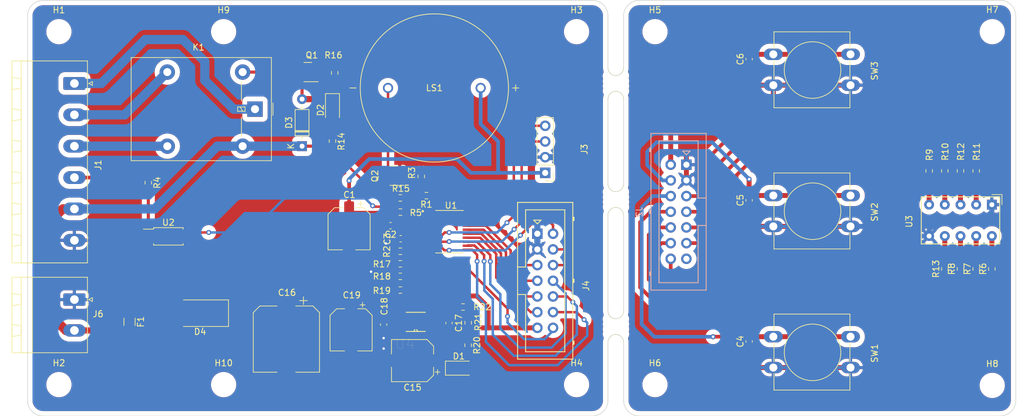
<source format=kicad_pcb>
(kicad_pcb (version 20211014) (generator pcbnew)
  (title_block (title "MilkPomp") (date "2022-12-01") (rev "V1") (company "Eltassan/Akim Elektronik") (comment 1 "Eyüp Karakaya") (comment 2 "Kürşat Karslıoğlu"))
  (layers (0 "F.Cu" signal) (31 "B.Cu" signal) (34 "B.Paste" user) (35 "F.Paste" user) (36 "B.SilkS" user "B.Silkscreen") (37 "F.SilkS" user "F.Silkscreen") (38 "B.Mask" user) (39 "F.Mask" user) (44 "Edge.Cuts" user))
  (net 0 "")
  (net 1 "GND")
  (net 2 "+3V3")
  (net 3 "BTN_IO")
  (net 4 "BTN_START")
  (net 5 "BTN_MODE")
  (net 6 "Net-(C17-Pad2)")
  (net 7 "Net-(C18-Pad1)")
  (net 8 "+12V")
  (net 9 "/Power/LED_PWR")
  (net 10 "NRST")
  (net 11 "Net-(D2-Pad1)")
  (net 12 "Net-(D4-Pad2)")
  (net 13 "/Flow/FLOW_SENSOR")
  (net 14 "/Relay /RELAY_IN")
  (net 15 "SWDIO")
  (net 16 "SWCLK")
  (net 17 "BUZZER")
  (net 18 "Net-(Q1-Pad1)")
  (net 19 "Net-(R4-Pad2)")
  (net 20 "FLOW")
  (net 21 "Net-(R6-Pad2)")
  (net 22 "Net-(R7-Pad2)")
  (net 23 "Net-(R8-Pad2)")
  (net 24 "Net-(R9-Pad2)")
  (net 25 "Net-(R10-Pad2)")
  (net 26 "Net-(R11-Pad2)")
  (net 27 "Net-(R12-Pad2)")
  (net 28 "Net-(R13-Pad2)")
  (net 29 "RELAY")
  (net 32 "/Buttons/BTN_IO")
  (net 33 "/Buttons/BTN_START")
  (net 34 "/Buttons/BTN_MODE")
  (net 35 "/Relay /RELAY_NO")
  (net 36 "/Relay /RELAY_NC")
  (net 37 "/Display/DISP_F")
  (net 38 "/Display/DISP_A")
  (net 39 "/Display/DISP_E")
  (net 40 "/Display/DISP_B")
  (net 41 "/Display/DISP_D")
  (net 42 "/Display/DISP_C")
  (net 43 "/Display/DISP_P")
  (net 44 "Net-(D2-Pad2)")
  (net 45 "Net-(LS1-PadN)")
  (net 46 "Net-(Q2-Pad1)")
  (net 47 "/Display/DISP_G")
  (net 48 "DISP_P")
  (net 49 "DISP_C")
  (net 50 "DISP_B")
  (net 51 "DISP_A")
  (net 52 "DISP_D")
  (net 53 "DISP_E")
  (net 54 "DISP_G")
  (net 55 "DISP_F")
  (net 57 "Net-(C16-Pad1)")
  (footprint "Resistor_SMD:R_0603_1608Metric" (layer "F.Cu") (at 236.1575 112.077 90)
    (fp_text reference "R6")
    (fp_text value "330R")
  )
  (footprint "Capacitor_SMD:CP_Elec_6.3x7.7" (layer "F.Cu") (at 132.08 105.57 -90)
    (fp_text reference "C1")
    (fp_text value "10uF/35V")
  )
  (footprint "Resistor_SMD:R_0603_1608Metric" (layer "F.Cu") (at 140.3736 111.252 180)
    (fp_text reference "R17")
    (fp_text value "10K")
  )
  (footprint "Panelization:mouse-bite-2.54mm-slot" (layer "F.Cu") (at 175.26 100.838 180)
    (fp_text reference "mouse-bite-2.54mm-slot" hide)
    (fp_text value "VAL**" hide)
  )
  (footprint "Buzzer:XDCR_KPEG228" (layer "F.Cu") (at 145.8815 82.773 180)
    (fp_text reference "LS1")
    (fp_text value "KPEG228")
  )
  (footprint "Resistor_SMD:R_0603_1608Metric" (layer "F.Cu") (at 228.5375 96.203 -90)
    (fp_text reference "R10")
    (fp_text value "330R")
  )
  (footprint "MountingHole:MountingHole_2.5mm" (layer "F.Cu") (at 111.76 73.66)
    (fp_text reference "H9")
    (fp_text value "MountingHole")
  )
  (footprint "Connector_Phoenix_MSTB:PhoenixContact_MSTBA_2,5_2-G_1x02_P5.00mm_Horizontal" (layer "F.Cu") (at 87.5975 117.0376 -90)
    (fp_text reference "J6")
    (fp_text value "PWR INPUT")
  )
  (footprint "LED_SMD:LED_1206_3216Metric" (layer "F.Cu") (at 129.3876 85.982 -90)
    (fp_text reference "D2")
    (fp_text value "LED_GREEN" hide)
  )
  (footprint "Capacitor_SMD:CP_Elec_6.3x7.7" (layer "F.Cu") (at 142.3523 126.9276 180)
    (fp_text reference "C15")
    (fp_text value "10uF/10V")
  )
  (footprint "Resistor_SMD:R_0603_1608Metric" (layer "F.Cu") (at 151.3515 124.4384 -90)
    (fp_text reference "R20")
    (fp_text value "470")
  )
  (footprint "Resistor_SMD:R_0603_1608Metric" (layer "F.Cu") (at 140.3736 100.584 180)
    (fp_text reference "R15")
    (fp_text value "4K7")
  )
  (footprint "Fuse:Fuse_1206_3216Metric" (layer "F.Cu") (at 96.52 120.6376 -90)
    (fp_text reference "F1")
    (fp_text value "1A")
  )
  (footprint "Capacitor_SMD:C_0603_1608Metric" (layer "F.Cu") (at 137.668 121.0948 -90)
    (fp_text reference "C18")
    (fp_text value "10nF")
  )
  (footprint "Capacitor_SMD:CP_Elec_10x10.5" (layer "F.Cu") (at 121.92 123.4376 -90)
    (fp_text reference "C16")
    (fp_text value "100uF/35V")
  )
  (footprint "Resistor_SMD:R_0603_1608Metric" (layer "F.Cu") (at 140.3736 115.4976 180)
    (fp_text reference "R19")
    (fp_text value "10K")
  )
  (footprint "TSSOP_20:SOP65P640X120-20N" (layer "F.Cu") (at 148.336 106.045)
    (fp_text reference "U1")
    (fp_text value "STM32G030F6P6TR")
  )
  (footprint "Resistor_SMD:R_0603_1608Metric" (layer "F.Cu") (at 140.3858 102.87)
    (fp_text reference "R5")
    (fp_text value "4K7")
  )
  (footprint "Capacitor_SMD:C_0603_1608Metric" (layer "F.Cu") (at 196.85 78.102595 90)
    (fp_text reference "C6")
    (fp_text value "100nF")
  )
  (footprint "Package_SO:SOIC-4_4.55x2.6mm_P1.27mm" (layer "F.Cu") (at 102.818 106.807)
    (fp_text reference "U2")
    (fp_text value "TLP291")
  )
  (footprint "Power:SOP65P490X110-9N" (layer "F.Cu") (at 142.8679 120.65 180)
    (fp_text reference "U4")
    (fp_text value "TPS7A4901DGNT")
  )
  (footprint "Resistor_SMD:R_0603_1608Metric" (layer "F.Cu") (at 151.3515 120.7902 90)
    (fp_text reference "R21")
    (fp_text value "18K")
  )
  (footprint "Display_7Segment:HDSP-7401" (layer "F.Cu") (at 236.1575 101.6725 -90)
    (fp_text reference "U3")
    (fp_text value "HDSP-7403")
  )
  (footprint "Resistor_SMD:R_0603_1608Metric" (layer "F.Cu") (at 228.5375 112.077 90)
    (fp_text reference "R13")
    (fp_text value "330R")
  )
  (footprint "Package_TO_SOT_SMD:SOT-23" (layer "F.Cu") (at 139.319 96.9792 180)
    (fp_text reference "Q2")
    (fp_text value "BC847")
  )
  (footprint "Resistor_SMD:R_0603_1608Metric" (layer "F.Cu") (at 233.6175 96.203 -90)
    (fp_text reference "R11")
    (fp_text value "330R")
  )
  (footprint "MountingHole:MountingHole_2.5mm" (layer "F.Cu") (at 168.91 130.81)
    (fp_text reference "H4")
    (fp_text value "MountingHole")
  )
  (footprint "Relay_THT:Relay_SPDT_Omron-G5LE-1" (layer "F.Cu") (at 116.84 86.202 -90)
    (fp_text reference "K1")
    (fp_text value "G5LE-1")
  )
  (footprint "Resistor_SMD:R_0603_1608Metric" (layer "F.Cu") (at 140.3736 109.22 180)
    (fp_text reference "R2")
    (fp_text value "10K")
  )
  (footprint "MountingHole:MountingHole_2.5mm" (layer "F.Cu") (at 85.09 130.81)
    (fp_text reference "H2")
    (fp_text value "MountingHole")
  )
  (footprint "Diode_THT:D_DO-35_SOD27_P7.62mm_Horizontal" (layer "F.Cu") (at 124.46 92.202 90)
    (fp_text reference "D3")
    (fp_text value "1N4148")
  )
  (footprint "Resistor_SMD:R_0603_1608Metric" (layer "F.Cu") (at 231.0775 96.203 -90)
    (fp_text reference "R12")
    (fp_text value "330R")
  )
  (footprint "Button_Switch_THT:SW_PUSH-12mm" (layer "F.Cu") (at 200.77 77.327595)
    (fp_text reference "SW3")
    (fp_text value "SW_IO")
  )
  (footprint "Connectors_Multicomp:Multicomp_MC9A12-1434_2x07x2.54mm_Straight" (layer "F.Cu") (at 162.56 106.3752 -90)
    (fp_text reference "J4")
    (fp_text value "Conn_02x07_Odd_Even")
  )
  (footprint "MountingHole:MountingHole_2.5mm" (layer "F.Cu") (at 181.61 73.66)
    (fp_text reference "H5")
    (fp_text value "MountingHole")
  )
  (footprint "Package_TO_SOT_SMD:SOT-23" (layer "F.Cu") (at 125.3975 80.202 180)
    (fp_text reference "Q1")
    (fp_text value "BC847")
  )
  (footprint "Capacitor_SMD:C_0603_1608Metric" (layer "F.Cu") (at 138.7858 105.073801 180)
    (fp_text reference "C2")
    (fp_text value "100nF")
  )
  (footprint "Resistor_SMD:R_0603_1608Metric" (layer "F.Cu") (at 129.7432 80.327 90)
    (fp_text reference "R16")
    (fp_text value "47K")
  )
  (footprint "Resistor_SMD:R_0603_1608Metric" (layer "F.Cu") (at 143.765 97.1042 90)
    (fp_text reference "R3")
    (fp_text value "47K")
  )
  (footprint "Resistor_SMD:R_0603_1608Metric" (layer "F.Cu") (at 225.9975 96.203 -90)
    (fp_text reference "R9")
    (fp_text value "330R")
  )
  (footprint "MountingHole:MountingHole_2.5mm" (layer "F.Cu") (at 236.22 130.937)
    (fp_text reference "H8")
    (fp_text value "MountingHole")
  )
  (footprint "Resistor_SMD:R_0603_1608Metric" (layer "F.Cu") (at 233.6175 112.077 90)
    (fp_text reference "R7")
    (fp_text value "330R")
  )
  (footprint "Capacitor_SMD:CP_Elec_6.3x7.7" (layer "F.Cu") (at 132.4031 121.9376 -90)
    (fp_text reference "C19")
    (fp_text value "10uF/35V")
  )
  (footprint "Panelization:mouse-bite-2.54mm-slot" (layer "F.Cu") (at 175.26 82.042 180)
    (fp_text reference "mouse-bite-2.54mm-slot" hide)
    (fp_text value "VAL**" hide)
  )
  (footprint "MountingHole:MountingHole_2.5mm" (layer "F.Cu") (at 111.76 130.81)
    (fp_text reference "H10")
    (fp_text value "MountingHole")
  )
  (footprint "MountingHole:MountingHole_2.5mm" (layer "F.Cu") (at 181.61 130.81)
    (fp_text reference "H6")
    (fp_text value "MountingHole")
  )
  (footprint "Resistor_SMD:R_0603_1608Metric" (layer "F.Cu") (at 99.568 98.107 -90)
    (fp_text reference "R4")
    (fp_text value "3K3")
  )
  (footprint "LED_SMD:LED_1206_3216Metric" (layer "F.Cu") (at 149.9515 128.1468)
    (fp_text reference "D1")
    (fp_text value "LED_GREEN")
  )
  (footprint "Capacitor_SMD:C_0603_1608Metric" (layer "F.Cu") (at 196.85 100.962595 90)
    (fp_text reference "C5")
    (fp_text value "100nF")
  )
  (footprint "Panelization:mouse-bite-2.54mm-slot" (layer "F.Cu") (at 175.26 121.412 180)
    (fp_text reference "mouse-bite-2.54mm-slot" hide)
    (fp_text value "VAL**" hide)
  )
  (footprint "Button_Switch_THT:SW_PUSH-12mm" (layer "F.Cu") (at 200.77 100.187595)
    (fp_text reference "SW2")
    (fp_text value "SW_IO")
  )
  (footprint "MountingHole:MountingHole_2.5mm" (layer "F.Cu") (at 236.22 73.66)
    (fp_text reference "H7")
    (fp_text value "MountingHole")
  )
  (footprint "MountingHole:MountingHole_2.5mm" (layer "F.Cu") (at 85.09 73.66)
    (fp_text reference "H1")
    (fp_text value "MountingHole")
  )
  (footprint "Capacitor_SMD:C_0603_1608Metric" (layer "F.Cu") (at 148.2527 120.8402 90)
    (fp_text reference "C17")
    (fp_text value "10nF")
  )
  (footprint "Connector_Phoenix_MSTB:PhoenixContact_MSTBA_2,5_6-G-5,08_1x06_P5.08mm_Horizontal" (layer "F.Cu") (at 87.5975 82.042 -90)
    (fp_text reference "J1")
    (fp_text value "OUTPUTS")
  )
  (footprint "Diode_SMD:D_SMB_Handsoldering" (layer "F.Cu") (at 107.95 119.2376 180)
    (fp_text reference "D4")
    (fp_text value "SBR3A40SAQ")
  )
  (footprint "Resistor_SMD:R_0603_1608Metric" (layer "F.Cu") (at 231.0775 112.077 90)
    (fp_text reference "R8")
    (fp_text value "330R")
  )
  (footprint "Resistor_SMD:R_0603_1608Metric" (layer "F.Cu") (at 144.59 100.203 180)
    (fp_text reference "R1")
    (fp_text value "4K7")
  )
  (footprint "Resistor_SMD:R_0603_1608Metric" (layer "F.Cu") (at 150.5265 118.2408 180)
    (fp_text reference "R22")
    (fp_text value "10K")
  )
  (footprint "Capacitor_SMD:C_0603_1608Metric" (layer "F.Cu") (at 140.4236 107.188 180)
    (fp_text reference "C3")
    (fp_text value "100nF")
  )
  (footprint "Resistor_SMD:R_0603_1608Metric" (layer "F.Cu") (at 129.3876 91.377 90)
    (fp_text reference "R14")
    (fp_text value "4K7")
  )
  (footprint "Capacitor_SMD:C_0603_1608Metric" (layer "F.Cu") (at 196.85 123.822595 90)
    (fp_text reference "C4")
    (fp_text value "100nF")
  )
  (footprint "Button_Switch_THT:SW_PUSH-12mm" (layer "F.Cu") (at 200.77 123.047595)
    (fp_text reference "SW1")
    (fp_text value "SW_IO")
  )
  (footprint "Resistor_SMD:R_0603_1608Metric" (layer "F.Cu") (at 140.3736 113.284 180)
    (fp_text reference "R18")
    (fp_text value "10K")
  )
  (footprint "MountingHole:MountingHole_2.5mm" (layer "F.Cu") (at 168.91 73.66)
    (fp_text reference "H3")
    (fp_text value "MountingHole")
  )
  (footprint "Connector_PinHeader_2.54mm:PinHeader_1x04_P2.54mm_Vertical" (layer "F.Cu") (at 163.83 96.52 180)
    (fp_text reference "J3")
    (fp_text value "Program_Conn")
  )
  (footprint "Connectors_Multicomp:Multicomp_MC9A12-1434_2x07x2.54mm_Straight" (layer "B.Cu") (at 186.695 95.197595 -90)
    (fp_text reference "J2")
    (fp_text value "Conn_Display")
  )
  (gr_arc (start 176.53 118.872) (mid 175.26 120.142) (end 173.99 118.872) (layer "Edge.Cuts") (width 0.1))
  (gr_arc (start 173.99 123.952) (mid 175.26 122.682) (end 176.53 123.952) (layer "Edge.Cuts") (width 0.1))
  (gr_arc (start 173.99 133.35) (mid 173.246051 135.146051) (end 171.45 135.89) (layer "Edge.Cuts") (width 0.1))
  (gr_arc (start 176.53 79.502) (mid 175.26 80.772) (end 173.99 79.502) (layer "Edge.Cuts") (width 0.1))
  (gr_line (start 179.07 135.89) (end 237.49 135.89) (layer "Edge.Cuts") (width 0.1))
  (gr_arc (start 173.99 84.582) (mid 175.26 83.312) (end 176.53 84.582) (layer "Edge.Cuts") (width 0.1))
  (gr_arc (start 171.45 68.58) (mid 173.246051 69.323949) (end 173.99 71.12) (layer "Edge.Cuts") (width 0.1))
  (gr_arc (start 80.01 71.12) (mid 80.753949 69.323949) (end 82.55 68.58) (layer "Edge.Cuts") (width 0.1))
  (gr_line (start 176.53 98.298) (end 176.53 84.582) (layer "Edge.Cuts") (width 0.1))
  (gr_arc (start 179.07 135.89) (mid 177.273949 135.146051) (end 176.53 133.35) (layer "Edge.Cuts") (width 0.1))
  (gr_line (start 173.99 98.298) (end 173.99 84.582) (layer "Edge.Cuts") (width 0.1))
  (gr_arc (start 82.55 135.89) (mid 80.753949 135.146051) (end 80.01 133.35) (layer "Edge.Cuts") (width 0.1))
  (gr_line (start 82.55 68.58) (end 171.45 68.58) (layer "Edge.Cuts") (width 0.1))
  (gr_arc (start 176.53 98.298) (mid 175.26 99.568) (end 173.99 98.298) (layer "Edge.Cuts") (width 0.1))
  (gr_line (start 237.49 68.58) (end 179.07 68.58) (layer "Edge.Cuts") (width 0.1))
  (gr_line (start 173.99 133.35) (end 173.99 123.952) (layer "Edge.Cuts") (width 0.1))
  (gr_line (start 240.03 133.35) (end 240.03 71.12) (layer "Edge.Cuts") (width 0.1))
  (gr_arc (start 237.49 68.58) (mid 239.286051 69.323949) (end 240.03 71.12) (layer "Edge.Cuts") (width 0.1))
  (gr_line (start 173.99 71.12) (end 173.99 79.502) (layer "Edge.Cuts") (width 0.1))
  (gr_line (start 171.45 135.89) (end 82.55 135.89) (layer "Edge.Cuts") (width 0.1))
  (gr_line (start 80.01 133.35) (end 80.01 71.12) (layer "Edge.Cuts") (width 0.1))
  (gr_arc (start 240.03 133.35) (mid 239.286051 135.146051) (end 237.49 135.89) (layer "Edge.Cuts") (width 0.1))
  (gr_arc (start 176.53 71.12) (mid 177.273949 69.323949) (end 179.07 68.58) (layer "Edge.Cuts") (width 0.1))
  (gr_line (start 173.99 118.872) (end 173.99 103.378) (layer "Edge.Cuts") (width 0.1))
  (gr_line (start 176.53 79.502) (end 176.53 71.12) (layer "Edge.Cuts") (width 0.1))
  (gr_arc (start 173.99 103.378) (mid 175.26 102.108) (end 176.53 103.378) (layer "Edge.Cuts") (width 0.1))
  (gr_line (start 176.53 133.35) (end 176.53 123.952) (layer "Edge.Cuts") (width 0.1))
  (gr_line (start 176.53 118.872) (end 176.53 103.378) (layer "Edge.Cuts") (width 0.1))
  (segment (start 128.02 79.252) (end 128.27 79.502) (width 0.5) (layer "F.Cu") (net 1))
  (segment (start 186.69 88.2904) (end 186.69 87.63) (width 0.8) (layer "F.Cu") (net 1))
  (segment (start 147.32 105.156) (end 146.752201 105.723799) (width 0.4) (layer "F.Cu") (net 1))
  (segment (start 186.69 87.63) (end 187.96 86.36) (width 0.8) (layer "F.Cu") (net 1))
  (segment (start 196.85 78.877595) (end 196.85 80.899) (width 0.8) (layer "F.Cu") (net 1))
  (segment (start 106.068 107.442) (end 99.568 107.442) (width 0.6) (layer "F.Cu") (net 1))
  (segment (start 138.4846 126.9276) (end 139.6523 126.9276) (width 0.4) (layer "F.Cu") (net 1))
  (segment (start 142.8679 121.0239) (end 142.875 121.031) (width 0.4) (layer "F.Cu") (net 1))
  (segment (start 196.85 101.737595) (end 196.85 103.886) (width 0.8) (layer "F.Cu") (net 1))
  (segment (start 138.0108 105.073801) (end 138.0108 107.0992) (width 0.4) (layer "F.Cu") (net 1))
  (segment (start 143.765 96.2792) (end 147.32 96.2792) (width 0.4) (layer "F.Cu") (net 1))
  (segment (start 200.77 105.187595) (end 213.27 105.187595) (width 0.8) (layer "F.Cu") (net 1))
  (segment (start 187.96 86.36) (end 199.39 86.36) (width 0.8) (layer "F.Cu") (net 1))
  (segment (start 142.8679 120.65) (end 143.8331 119.6848) (width 0.4) (layer "F.Cu") (net 1))
  (segment (start 196.85 103.886) (end 198.151595 105.187595) (width 0.8) (layer "F.Cu") (net 1))
  (segment (start 128.27 79.502) (end 129.7432 79.502) (width 0.5) (layer "F.Cu") (net 1))
  (segment (start 138.0108 107.0992) (end 138.0108 107.95) (width 0.4) (layer "F.Cu") (net 1))
  (segment (start 142.8679 120.65) (end 142.8679 121.0239) (width 0.4) (layer "F.Cu") (net 1))
  (segment (start 186.69 88.2904) (end 186.69 95.192595) (width 0.8) (layer "F.Cu") (net 1))
  (segment (start 196.85 80.899) (end 198.278595 82.327595) (width 0.8) (layer "F.Cu") (net 1))
  (segment (start 186.69 95.192595) (end 186.695 95.197595) (width 0.8) (layer "F.Cu") (net 1))
  (segment (start 138.0996 107.188) (end 138.0108 107.0992) (width 0.4) (layer "F.Cu") (net 1))
  (segment (start 139.6486 107.188) (end 138.0996 107.188) (width 0.4) (layer "F.Cu") (net 1))
  (segment (start 213.27 128.047595) (end 200.77 128.047595) (width 0.8) (layer "F.Cu") (net 1))
  (segment (start 139.6523 124.3735) (end 139.6523 126.9276) (width 0.4) (layer "F.Cu") (net 1))
  (segment (start 142.875 121.031) (end 142.875 121.1508) (width 0.4) (layer "F.Cu") (net 1))
  (segment (start 137.668 121.8698) (end 137.668 123.2795) (width 0.4) (layer "F.Cu") (net 1))
  (segment (start 147.32 96.2792) (end 147.32 105.156) (width 0.4) (layer "F.Cu") (net 1))
  (segment (start 137.668 126.111) (end 138.4846 126.9276) (width 0.4) (layer "F.Cu") (net 1))
  (segment (start 200.77 84.98) (end 200.77 82.327595) (width 0.8) (layer "F.Cu") (net 1))
  (segment (start 196.85 126.619) (end 198.278595 128.047595) (width 0.8) (layer "F.Cu") (net 1))
  (segment (start 198.278595 82.327595) (end 200.77 82.327595) (width 0.8) (layer "F.Cu") (net 1))
  (segment (start 198.151595 105.187595) (end 200.77 105.187595) (width 0.8) (layer "F.Cu") (net 1))
  (segment (start 126.335 79.252) (end 128.02 79.252) (width 0.5) (layer "F.Cu") (net 1))
  (segment (start 146.752201 105.723799) (end 145.415 105.723799) (width 0.4) (layer "F.Cu") (net 1))
  (segment (start 213.27 82.327595) (end 200.77 82.327595) (width 0.8) (layer "F.Cu") (net 1))
  (segment (start 99.568 107.442) (end 87.5975 107.442) (width 0.6) (layer "F.Cu") (net 1))
  (segment (start 186.695 97.737595) (end 186.695 95.197595) (width 0.8) (layer "F.Cu") (net 1))
  (segment (start 142.875 121.1508) (end 139.6523 124.3735) (width 0.4) (layer "F.Cu") (net 1))
  (segment (start 198.278595 128.047595) (end 200.77 128.047595) (width 0.8) (layer "F.Cu") (net 1))
  (segment (start 143.8331 119.6848) (end 145.0523 119.6848) (width 0.4) (layer "F.Cu") (net 1))
  (segment (start 137.668 124.968) (end 137.668 126.111) (width 0.4) (layer "F.Cu") (net 1))
  (segment (start 196.85 124.597595) (end 196.85 126.619) (width 0.8) (layer "F.Cu") (net 1))
  (segment (start 199.39 86.36) (end 200.77 84.98) (width 0.8) (layer "F.Cu") (net 1))
  (via (at 138.0108 107.95) (size 0.8) (drill 0.4) (layers "F.Cu" "B.Cu") (net 1))
  (via (at 137.668 124.968) (size 0.8) (drill 0.4) (layers "F.Cu" "B.Cu") (net 1))
  (via (at 135.636 112.522) (size 0.8) (drill 0.4) (layers "F.Cu" "B.Cu") (net 1))
  (via (at 137.668 123.2795) (size 0.8) (drill 0.4) (layers "F.Cu" "B.Cu") (net 1))
  (segment (start 213.27 105.187595) (end 219.487595 105.187595) (width 0.8) (layer "B.Cu") (net 1))
  (segment (start 163.83 100.33) (end 166.37 100.33) (width 1) (layer "B.Cu") (net 1))
  (segment (start 137.668 123.2795) (end 137.668 124.968) (width 0.4) (layer "B.Cu") (net 1))
  (segment (start 236.1575 102.8055) (end 234.696 104.267) (width 0.8) (layer "B.Cu") (net 1))
  (segment (start 162.56 101.6) (end 163.83 100.33) (width 1) (layer "B.Cu") (net 1))
  (segment (start 227.457 104.267) (end 225.9975 105.7265) (width 0.8) (layer "B.Cu") (net 1))
  (segment (start 236.1575 101.6725) (end 236.1575 102.8055) (width 0.8) (layer "B.Cu") (net 1))
  (segment (start 219.487595 105.187595) (end 221.0525 106.7525) (width 0.8) (layer "B.Cu") (net 1))
  (segment (start 162.56 106.3752) (end 162.56 108.9152) (width 1) (layer "B.Cu") (net 1))
  (segment (start 166.37 93.98) (end 163.83 93.98) (width 1) (layer "B.Cu") (net 1))
  (segment (start 166.37 100.33) (end 167.64 99.06) (width 1) (layer "B.Cu") (net 1))
  (segment (start 138.0108 110.1472) (end 135.636 112.522) (width 0.4) (layer "B.Cu") (net 1))
  (segment (start 138.0108 107.95) (end 138.0108 110.1472) (width 0.4) (layer "B.Cu") (net 1))
  (segment (start 167.64 99.06) (end 167.64 95.25) (width 1) (layer "B.Cu") (net 1))
  (segment (start 234.696 104.267) (end 227.457 104.267) (width 0.8) (layer "B.Cu") (net 1))
  (segment (start 221.0525 106.7525) (end 225.9975 106.7525) (width 0.8) (layer "B.Cu") (net 1))
  (segment (start 167.64 95.25) (end 166.37 93.98) (width 1) (layer "B.Cu") (net 1))
  (segment (start 200.77 82.327595) (end 200.77 82.3892) (width 0.8) (layer "B.Cu") (net 1))
  (segment (start 225.9975 105.7265) (end 225.9975 106.7525) (width 0.8) (layer "B.Cu") (net 1))
  (segment (start 162.56 106.3752) (end 162.56 101.6) (width 1) (layer "B.Cu") (net 1))
  (segment (start 136.652 109.22) (end 139.5486 109.22) (width 0.5) (layer "F.Cu") (net 2))
  (segment (start 154.6098 118.2878) (end 152.781 116.459) (width 0.8) (layer "F.Cu") (net 2))
  (segment (start 139.5486 115.4976) (end 139.5486 109.22) (width 0.8) (layer "F.Cu") (net 2))
  (segment (start 139.5486 116.4346) (end 139.5486 115.4976) (width 0.8) (layer "F.Cu") (net 2))
  (segment (start 154.6098 121.6152) (end 162.56 121.6152) (width 0.8) (layer "F.Cu") (net 2))
  (segment (start 145.0523 121.6152) (end 145.0523 126.9276) (width 0.4) (layer "F.Cu") (net 2))
  (segment (start 132.08 102.87) (end 132.08 104.648) (width 0.5) (layer "F.Cu") (net 2))
  (segment (start 132.08 104.648) (end 136.652 109.22) (width 0.5) (layer "F.Cu") (net 2))
  (segment (start 151.3515 121.6152) (end 148.2527 121.6152) (width 0.8) (layer "F.Cu") (net 2))
  (segment (start 140.036199 105.073801) (end 139.5208 105.073801) (width 0.4) (layer "F.Cu") (net 2))
  (segment (start 140.462 117.348) (end 139.5486 116.4346) (width 0.8) (layer "F.Cu") (net 2))
  (segment (start 142.875 117.348) (end 140.462 117.348) (width 0.8) (layer "F.Cu") (net 2))
  (segment (start 139.5608 102.87) (end 132.08 102.87) (width 0.4) (layer "F.Cu") (net 2))
  (segment (start 139.5608 102.87) (end 139.5608 105.073801) (width 0.4) (layer "F.Cu") (net 2))
  (segment (start 132.08 97.79) (end 132.08 102.87) (width 0.6) (layer "F.Cu") (net 2))
  (segment (start 145.0523 121.6152) (end 148.2527 121.6152) (width 0.4) (layer "F.Cu") (net 2))
  (segment (start 143.764 116.459) (end 142.875 117.348) (width 0.8) (layer "F.Cu") (net 2))
  (segment (start 154.6098 121.6152) (end 154.6098 118.2878) (width 0.8) (layer "F.Cu") (net 2))
  (segment (start 154.6098 121.6152) (end 151.3515 121.6152) (width 0.8) (layer "F.Cu") (net 2))
  (segment (start 151.3515 123.6134) (end 151.3515 121.6152) (width 0.5) (layer "F.Cu") (net 2))
  (segment (start 152.781 116.459) (end 143.764 116.459) (width 0.8) (layer "F.Cu") (net 2))
  (segment (start 145.415 105.073801) (end 140.036199 105.073801) (width 0.4) (layer "F.Cu") (net 2))
  (segment (start 140.036199 105.073801) (end 139.5608 105.073801) (width 0.4) (layer "F.Cu") (net 2))
  (via (at 132.08 97.79) (size 0.8) (drill 0.4) (layers "F.Cu" "B.Cu") (net 2))
  (segment (start 156.21 91.44) (end 153.3815 88.6115) (width 0.6) (layer "B.Cu") (net 2))
  (segment (start 163.83 96.52) (end 156.21 96.52) (width 0.6) (layer "B.Cu") (net 2))
  (segment (start 149.5552 94.2848) (end 151.7904 96.52) (width 0.6) (layer "B.Cu") (net 2))
  (segment (start 153.3815 88.6115) (end 153.3815 82.773) (width 0.6) (layer "B.Cu") (net 2))
  (segment (start 135.3312 94.2848) (end 149.5552 94.2848) (width 0.6) (layer "B.Cu") (net 2))
  (segment (start 132.08 97.536) (end 135.3312 94.2848) (width 0.6) (layer "B.Cu") (net 2))
  (segment (start 132.08 97.79) (end 132.08 97.536) (width 0.6) (layer "B.Cu") (net 2))
  (segment (start 156.21 96.52) (end 156.21 91.44) (width 0.6) (layer "B.Cu") (net 2))
  (segment (start 151.7904 96.52) (end 156.21 96.52) (width 0.6) (layer "B.Cu") (net 2))
  (segment (start 146.722201 107.023799) (end 142.785201 107.023799) (width 0.4) (layer "F.Cu") (net 3))
  (segment (start 159.8168 102.4128) (end 167.5892 102.4128) (width 0.4) (layer "F.Cu") (net 3))
  (segment (start 142.367 107.442) (end 142.367 110.617) (width 0.4) (layer "F.Cu") (net 3))
  (segment (start 169.5196 104.3432) (end 169.5196 109.3724) (width 0.4) (layer "F.Cu") (net 3))
  (segment (start 167.5892 102.4128) (end 169.5196 104.3432) (width 0.4) (layer "F.Cu") (net 3))
  (segment (start 167.4368 111.4552) (end 165.1 111.4552) (width 0.4) (layer "F.Cu") (net 3))
  (segment (start 169.5196 109.3724) (end 167.4368 111.4552) (width 0.4) (layer "F.Cu") (net 3))
  (segment (start 157.6324 104.5972) (end 159.8168 102.4128) (width 0.4) (layer "F.Cu") (net 3))
  (segment (start 147.574 106.172) (end 146.722201 107.023799) (width 0.4) (layer "F.Cu") (net 3))
  (segment (start 142.785201 107.023799) (end 142.367 107.442) (width 0.4) (layer "F.Cu") (net 3))
  (segment (start 148.2852 106.172) (end 147.574 106.172) (width 0.4) (layer "F.Cu") (net 3))
  (segment (start 141.732 111.252) (end 141.1986 111.252) (width 0.4) (layer "F.Cu") (net 3))
  (segment (start 142.367 110.617) (end 141.732 111.252) (width 0.4) (layer "F.Cu") (net 3))
  (via (at 157.6324 104.5972) (size 0.8) (drill 0.4) (layers "F.Cu" "B.Cu") (net 3))
  (via (at 148.2852 106.172) (size 0.8) (drill 0.4) (layers "F.Cu" "B.Cu") (net 3))
  (segment (start 156.0576 106.172) (end 157.6324 104.5972) (width 0.4) (layer "B.Cu") (net 3))
  (segment (start 148.2852 106.172) (end 156.0576 106.172) (width 0.4) (layer "B.Cu") (net 3))
  (segment (start 148.2852 107.6452) (end 148.256602 107.673798) (width 0.4) (layer "F.Cu") (net 4))
  (segment (start 148.256602 107.673798) (end 143.278202 107.673798) (width 0.4) (layer "F.Cu") (net 4))
  (segment (start 158.8008 105.664) (end 160.9344 103.5304) (width 0.4) (layer "F.Cu") (net 4))
  (segment (start 168.0972 104.8512) (end 168.0972 107.5944) (width 0.4) (layer "F.Cu") (net 4))
  (segment (start 168.0972 107.5944) (end 166.7764 108.9152) (width 0.4) (layer "F.Cu") (net 4))
  (segment (start 143.164 107.788) (end 143.164 111.3186) (width 0.4) (layer "F.Cu") (net 4))
  (segment (start 160.9344 103.5304) (end 166.7764 103.5304) (width 0.4) (layer "F.Cu") (net 4))
  (segment (start 143.164 111.3186) (end 141.1986 113.284) (width 0.4) (layer "F.Cu") (net 4))
  (segment (start 166.7764 108.9152) (end 165.1 108.9152) (width 0.4) (layer "F.Cu") (net 4))
  (segment (start 166.7764 103.5304) (end 168.0972 104.8512) (width 0.4) (layer "F.Cu") (net 4))
  (segment (start 143.278202 107.673798) (end 143.164 107.788) (width 0.4) (layer "F.Cu") (net 4))
  (via (at 158.8008 105.664) (size 0.8) (drill 0.4) (layers "F.Cu" "B.Cu") (net 4))
  (via (at 148.2852 107.6452) (size 0.8) (drill 0.4) (layers "F.Cu" "B.Cu") (net 4))
  (segment (start 156.8196 107.6452) (end 158.8008 105.664) (width 0.4) (layer "B.Cu") (net 4))
  (segment (start 148.2852 107.6452) (end 156.8196 107.6452) (width 0.4) (layer "B.Cu") (net 4))
  (segment (start 146.779399 108.323799) (end 144.025201 108.323799) (width 0.4) (layer "F.Cu") (net 5))
  (segment (start 143.764 112.9322) (end 141.1986 115.4976) (width 0.4) (layer "F.Cu") (net 5))
  (segment (start 143.764 108.585) (end 143.764 112.9322) (width 0.4) (layer "F.Cu") (net 5))
  (segment (start 159.8168 106.6292) (end 159.8168 106.6184) (width 0.4) (layer "F.Cu") (net 5))
  (segment (start 147.5232 109.0676) (end 146.779399 108.323799) (width 0.4) (layer "F.Cu") (net 5))
  (segment (start 148.2852 109.0676) (end 147.5232 109.0676) (width 0.4) (layer "F.Cu") (net 5))
  (segment (start 144.025201 108.323799) (end 143.764 108.585) (width 0.4) (layer "F.Cu") (net 5))
  (segment (start 164.592 104.4956) (end 165.1 105.0036) (width 0.4) (layer "F.Cu") (net 5))
  (segment (start 159.8168 106.6184) (end 161.9396 104.4956) (width 0.4) (layer "F.Cu") (net 5))
  (segment (start 161.9396 104.4956) (end 164.592 104.4956) (width 0.4) (layer "F.Cu") (net 5))
  (segment (start 165.1 105.0036) (end 165.1 106.3752) (width 0.4) (layer "F.Cu") (net 5))
  (via (at 148.2852 109.0676) (size 0.8) (drill 0.4) (layers "F.Cu" "B.Cu") (net 5))
  (via (at 159.8168 106.6292) (size 0.8) (drill 0.4) (layers "F.Cu" "B.Cu") (net 5))
  (via (at 148.2852 109.0676) (size 0.8) (drill 0.4) (layers "F.Cu" "B.Cu") (net 5))
  (segment (start 159.8168 106.6292) (end 157.3784 109.0676) (width 0.4) (layer "B.Cu") (net 5))
  (segment (start 157.3784 109.0676) (end 148.2852 109.0676) (width 0.4) (layer "B.Cu") (net 5))
  (segment (start 147.3968 120.0652) (end 148.2527 120.0652) (width 0.4) (layer "F.Cu") (net 6))
  (segment (start 146.4818 120.9802) (end 147.3968 120.0652) (width 0.4) (layer "F.Cu") (net 6))
  (segment (start 151.3515 118.2408) (end 151.3515 119.9652) (width 0.5) (layer "F.Cu") (net 6))
  (segment (start 145.0523 120.9802) (end 146.4818 120.9802) (width 0.4) (layer "F.Cu") (net 6))
  (segment (start 151.3515 119.9652) (end 148.3527 119.9652) (width 0.5) (layer "F.Cu") (net 6))
  (segment (start 148.3527 119.9652) (end 148.2527 120.0652) (width 0.5) (layer "F.Cu") (net 6))
  (segment (start 140.6835 120.3198) (end 137.668 120.3198) (width 0.4) (layer "F.Cu") (net 7))
  (segment (start 129.286 92.329) (end 129.159 92.202) (width 0.5) (layer "F.Cu") (net 8))
  (segment (start 129.159 92.202) (end 124.46 92.202) (width 0.5) (layer "F.Cu") (net 8))
  (segment (start 87.5975 102.362) (end 85.725 102.362) (width 1.5) (layer "F.Cu") (net 8))
  (segment (start 83.312 104.775) (end 83.312 119.126) (width 1.5) (layer "F.Cu") (net 8))
  (segment (start 85.725 102.362) (end 83.312 104.775) (width 1.5) (layer "F.Cu") (net 8))
  (segment (start 129.3876 92.2274) (end 129.286 92.329) (width 0.5) (layer "F.Cu") (net 8))
  (segment (start 86.2236 122.0376) (end 87.5975 122.0376) (width 1.5) (layer "F.Cu") (net 8))
  (segment (start 83.312 119.126) (end 86.2236 122.0376) (width 1.5) (layer "F.Cu") (net 8))
  (segment (start 129.3876 92.202) (end 129.3876 92.2274) (width 0.5) (layer "F.Cu") (net 8))
  (segment (start 87.5975 122.0376) (end 96.52 122.0376) (width 1) (layer "F.Cu") (net 8))
  (segment (start 110.744 92.202) (end 100.584 102.362) (width 1.5) (layer "B.Cu") (net 8))
  (segment (start 114.84 92.202) (end 110.744 92.202) (width 1.5) (layer "B.Cu") (net 8))
  (segment (start 114.84 92.202) (end 124.46 92.202) (width 1.5) (layer "B.Cu") (net 8))
  (segment (start 100.584 102.362) (end 87.5975 102.362) (width 1.5) (layer "B.Cu") (net 8))
  (segment (start 151.3515 128.1468) (end 151.3515 125.2634) (width 0.8) (layer "F.Cu") (net 9))
  (segment (start 142.0166 106.37) (end 141.1986 107.188) (width 0.4) (layer "F.Cu") (net 10))
  (segment (start 145.466 106.37) (end 142.0166 106.37) (width 0.4) (layer "F.Cu") (net 10))
  (segment (start 141.1986 109.22) (end 141.1986 107.188) (width 0.6) (layer "F.Cu") (net 10))
  (segment (start 124.46 80.202) (end 124.46 84.582) (width 0.5) (layer "F.Cu") (net 11))
  (segment (start 124.46 84.582) (end 129.3876 84.582) (width 1) (layer "F.Cu") (net 11))
  (segment (start 124.46 80.202) (end 114.84 80.202) (width 0.5) (layer "F.Cu") (net 11))
  (segment (start 105.25 119.2376) (end 96.52 119.2376) (width 0.8) (layer "F.Cu") (net 12))
  (segment (start 87.5975 97.5035) (end 87.757 97.663) (width 0.6) (layer "F.Cu") (net 13))
  (segment (start 87.5975 97.282) (end 99.568 97.282) (width 0.6) (layer "F.Cu") (net 13))
  (segment (start 87.5975 97.282) (end 87.5975 97.5035) (width 0.6) (layer "F.Cu") (net 13))
  (segment (start 108.712 78.486) (end 108.712 81.534) (width 1.5) (layer "B.Cu") (net 14))
  (segment (start 91.948 82.042) (end 99.06 74.93) (width 1.5) (layer "B.Cu") (net 14))
  (segment (start 113.38 86.202) (end 116.84 86.202) (width 1.5) (layer "B.Cu") (net 14))
  (segment (start 99.06 74.93) (end 105.156 74.93) (width 1.5) (layer "B.Cu") (net 14))
  (segment (start 87.5975 82.042) (end 91.948 82.042) (width 1.5) (layer "B.Cu") (net 14))
  (segment (start 108.712 81.534) (end 113.38 86.202) (width 1.5) (layer "B.Cu") (net 14))
  (segment (start 105.156 74.93) (end 108.712 78.486) (width 1.5) (layer "B.Cu") (net 14))
  (segment (start 161.29 91.44) (end 163.83 91.44) (width 0.4) (layer "F.Cu") (net 15))
  (segment (start 153.386198 104.423802) (end 160.02 97.79) (width 0.4) (layer "F.Cu") (net 15))
  (segment (start 160.02 97.79) (end 160.02 92.71) (width 0.4) (layer "F.Cu") (net 15))
  (segment (start 151.257 104.423802) (end 153.386198 104.423802) (width 0.4) (layer "F.Cu") (net 15))
  (segment (start 160.02 92.71) (end 161.29 91.44) (width 0.4) (layer "F.Cu") (net 15))
  (segment (start 152.893199 103.773801) (end 158.75 97.917) (width 0.4) (layer "F.Cu") (net 16))
  (segment (start 161.29 88.9) (end 163.83 88.9) (width 0.4) (layer "F.Cu") (net 16))
  (segment (start 151.257 103.773801) (end 152.893199 103.773801) (width 0.4) (layer "F.Cu") (net 16))
  (segment (start 158.75 91.44) (end 161.29 88.9) (width 0.4) (layer "F.Cu") (net 16))
  (segment (start 158.75 97.917) (end 158.75 91.44) (width 0.4) (layer "F.Cu") (net 16))
  (segment (start 145.415 103.1238) (end 145.415 100.203) (width 0.4) (layer "F.Cu") (net 17))
  (segment (start 130.682 81.152) (end 129.7432 81.152) (width 0.4) (layer "F.Cu") (net 18))
  (segment (start 126.335 81.152) (end 129.7432 81.152) (width 0.5) (layer "F.Cu") (net 18))
  (segment (start 139.5486 101.092) (end 138.2052 101.092) (width 0.4) (layer "F.Cu") (net 18))
  (segment (start 138.2052 101.092) (end 137.6172 101.092) (width 0.4) (layer "F.Cu") (net 18))
  (segment (start 131.953 95.4278) (end 131.953 82.423) (width 0.4) (layer "F.Cu") (net 18))
  (segment (start 137.6172 101.092) (end 131.953 95.4278) (width 0.4) (layer "F.Cu") (net 18))
  (segment (start 131.953 82.423) (end 130.682 81.152) (width 0.4) (layer "F.Cu") (net 18))
  (segment (start 99.568 98.932) (end 99.568 106.172) (width 0.5) (layer "F.Cu") (net 19))
  (segment (start 142.4808 104.14) (end 142.494 104.14) (width 0.4) (layer "F.Cu") (net 20))
  (segment (start 109.347 106.172) (end 106.068 106.172) (width 0.4) (layer "F.Cu") (net 20))
  (segment (start 142.777799 104.423799) (end 145.415 104.423799) (width 0.4) (layer "F.Cu") (net 20))
  (segment (start 140.3358 101.995) (end 142.4808 104.14) (width 0.4) (layer "F.Cu") (net 20))
  (segment (start 136.031 101.995) (end 140.3358 101.995) (width 0.4) (layer "F.Cu") (net 20))
  (segment (start 135.89 101.854) (end 136.031 101.995) (width 0.4) (layer "F.Cu") (net 20))
  (segment (start 142.494 104.14) (end 142.777799 104.423799) (width 0.4) (layer "F.Cu") (net 20))
  (via (at 109.347 106.172) (size 0.8) (drill 0.4) (layers "F.Cu" "B.Cu") (net 20))
  (via (at 135.89 101.854) (size 0.8) (drill 0.4) (layers "F.Cu" "B.Cu") (net 20))
  (segment (start 133.858 99.822) (end 122.428 99.822) (width 0.4) (layer "B.Cu") (net 20))
  (segment (start 116.078 106.172) (end 109.347 106.172) (width 0.4) (layer "B.Cu") (net 20))
  (segment (start 135.89 101.854) (end 133.858 99.822) (width 0.4) (layer "B.Cu") (net 20))
  (segment (start 122.428 99.822) (end 116.078 106.172) (width 0.4) (layer "B.Cu") (net 20))
  (segment (start 236.1575 106.7525) (end 236.1575 111.252) (width 0.8) (layer "F.Cu") (net 21))
  (segment (start 233.6175 106.7525) (end 233.6175 111.252) (width 0.8) (layer "F.Cu") (net 22))
  (segment (start 231.0775 106.7525) (end 231.0775 111.252) (width 0.8) (layer "F.Cu") (net 23))
  (segment (start 225.9975 97.028) (end 225.9975 101.6725) (width 0.8) (layer "F.Cu") (net 24))
  (segment (start 228.5375 97.028) (end 228.5375 101.6725) (width 0.8) (layer "F.Cu") (net 25))
  (segment (start 233.6175 101.6725) (end 233.6175 97.028) (width 0.8) (layer "F.Cu") (net 26))
  (segment (start 231.0775 101.6725) (end 231.0775 97.028) (width 0.8) (layer "F.Cu") (net 27))
  (segment (start 228.5375 106.7525) (end 228.5375 111.252) (width 0.8) (layer "F.Cu") (net 28))
  (segment (start 141.6688 101.092) (end 141.1986 101.092) (width 0.4) (layer "F.Cu") (net 29))
  (segment (start 145.415 103.773801) (end 144.350601 103.773801) (width 0.4) (layer "F.Cu") (net 29))
  (segment (start 144.350601 103.773801) (end 141.6688 101.092) (width 0.4) (layer "F.Cu") (net 29))
  (segment (start 196.85 123.047595) (end 191.023405 123.047595) (width 0.6) (layer "F.Cu") (net 32))
  (segment (start 196.85 123.047595) (end 200.77 123.047595) (width 0.8) (layer "F.Cu") (net 32))
  (segment (start 200.77 123.047595) (end 213.27 123.047595) (width 0.8) (layer "F.Cu") (net 32))
  (segment (start 191.023405 123.047595) (end 191.008 123.063) (width 0.8) (layer "F.Cu") (net 32))
  (via (at 191.008 123.063) (size 0.8) (drill 0.4) (layers "F.Cu" "B.Cu") (net 32))
  (segment (start 179.451 121.031) (end 181.483 123.063) (width 0.6) (layer "B.Cu") (net 32))
  (segment (start 184.155 100.277595) (end 181.281405 100.277595) (width 0.6) (layer "B.Cu") (net 32))
  (segment (start 179.451 102.108) (end 179.451 121.031) (width 0.6) (layer "B.Cu") (net 32))
  (segment (start 181.483 123.063) (end 183.134 123.063) (width 0.6) (layer "B.Cu") (net 32))
  (segment (start 183.261 123.063) (end 191.008 123.063) (width 0.6) (layer "B.Cu") (net 32))
  (segment (start 181.281405 100.277595) (end 179.451 102.108) (width 0.6) (layer "B.Cu") (net 32))
  (segment (start 196.85 100.187595) (end 200.77 100.187595) (width 0.8) (layer "F.Cu") (net 33))
  (segment (start 196.85 100.187595) (end 196.85 97.536) (width 0.8) (layer "F.Cu") (net 33))
  (segment (start 213.27 100.187595) (end 200.77 100.187595) (width 0.8) (layer "F.Cu") (net 33))
  (via (at 196.85 97.536) (size 0.8) (drill 0.4) (layers "F.Cu" "B.Cu") (net 33))
  (segment (start 190.881 91.567) (end 196.85 97.536) (width 0.6) (layer "B.Cu") (net 33))
  (segment (start 184.155 97.737595) (end 182.827595 97.737595) (width 0.6) (layer "B.Cu") (net 33))
  (segment (start 180.34 95.25) (end 180.34 93.091) (width 0.6) (layer "B.Cu") (net 33))
  (segment (start 181.864 91.567) (end 190.881 91.567) (width 0.6) (layer "B.Cu") (net 33))
  (segment (start 182.827595 97.737595) (end 180.34 95.25) (width 0.6) (layer "B.Cu") (net 33))
  (segment (start 180.34 93.091) (end 181.864 91.567) (width 0.6) (layer "B.Cu") (net 33))
  (segment (start 184.155 95.197595) (end 184.155 82.799) (width 0.8) (layer "F.Cu") (net 34))
  (segment (start 213.27 77.327595) (end 200.77 77.327595) (width 0.8) (layer "F.Cu") (net 34))
  (segment (start 196.85 77.327595) (end 200.77 77.327595) (width 0.8) (layer "F.Cu") (net 34))
  (segment (start 189.626405 77.327595) (end 196.85 77.327595) (width 0.8) (layer "F.Cu") (net 34))
  (segment (start 184.155 82.799) (end 189.626405 77.327595) (width 0.8) (layer "F.Cu") (net 34))
  (segment (start 87.5975 87.122) (end 95.72 87.122) (width 1.5) (layer "B.Cu") (net 35))
  (segment (start 95.72 87.122) (end 102.64 80.202) (width 1.5) (layer "B.Cu") (net 35))
  (segment (start 87.5975 92.202) (end 102.64 92.202) (width 1.5) (layer "B.Cu") (net 36))
  (segment (start 195.707 88.646) (end 189.992 94.361) (width 0.6) (layer "F.Cu") (net 37))
  (segment (start 188.774405 100.277595) (end 186.695 100.277595) (width 0.6) (layer "F.Cu") (net 37))
  (segment (start 189.992 94.361) (end 189.992 99.06) (width 0.6) (layer "F.Cu") (net 37))
  (segment (start 189.992 99.06) (end 188.774405 100.277595) (width 0.6) (layer "F.Cu") (net 37))
  (segment (start 233.6175 93.7905) (end 228.473 88.646) (width 0.6) (layer "F.Cu") (net 37))
  (segment (start 228.473 88.646) (end 195.707 88.646) (width 0.6) (layer "F.Cu") (net 37))
  (segment (start 233.6175 95.378) (end 233.6175 93.7905) (width 0.6) (layer "F.Cu") (net 37))
  (segment (start 236.1575 112.902) (end 236.1575 114.3625) (width 0.6) (layer "F.Cu") (net 38))
  (segment (start 181.864 117.729) (end 179.197 115.062) (width 0.6) (layer "F.Cu") (net 38))
  (segment (start 179.197 115.062) (end 179.197 104.521) (width 0.6) (layer "F.Cu") (net 38))
  (segment (start 180.900405 102.817595) (end 184.155 102.817595) (width 0.6) (layer "F.Cu") (net 38))
  (segment (start 179.197 104.521) (end 180.900405 102.817595) (width 0.6) (layer "F.Cu") (net 38))
  (segment (start 236.1575 114.3625) (end 232.791 117.729) (width 0.6) (layer "F.Cu") (net 38))
  (segment (start 232.791 117.729) (end 181.864 117.729) (width 0.6) (layer "F.Cu") (net 38))
  (segment (start 197.612 91.821) (end 193.421 96.012) (width 0.6) (layer "F.Cu") (net 39))
  (segment (start 226.441 91.821) (end 197.612 91.821) (width 0.6) (layer "F.Cu") (net 39))
  (segment (start 193.421 102.489) (end 190.552405 105.357595) (width 0.6) (layer "F.Cu") (net 39))
  (segment (start 228.5375 95.378) (end 228.5375 93.9175) (width 0.6) (layer "F.Cu") (net 39))
  (segment (start 193.421 96.012) (end 193.421 102.489) (width 0.6) (layer "F.Cu") (net 39))
  (segment (start 228.5375 93.9175) (end 226.441 91.821) (width 0.6) (layer "F.Cu") (net 39))
  (segment (start 190.552405 105.357595) (end 186.695 105.357595) (width 0.6) (layer "F.Cu") (net 39))
  (segment (start 180.594 106.553) (end 181.789405 105.357595) (width 0.6) (layer "F.Cu") (net 40))
  (segment (start 181.789405 105.357595) (end 184.155 105.357595) (width 0.6) (layer "F.Cu") (net 40))
  (segment (start 231.394 116.332) (end 183.134 116.332) (width 0.6) (layer "F.Cu") (net 40))
  (segment (start 180.594 113.792) (end 180.594 106.553) (width 0.6) (layer "F.Cu") (net 40))
  (segment (start 233.6175 114.1085) (end 231.394 116.332) (width 0.6) (layer "F.Cu") (net 40))
  (segment (start 233.6175 112.902) (end 233.6175 114.1085) (width 0.6) (layer "F.Cu") (net 40))
  (segment (start 183.134 116.332) (end 180.594 113.792) (width 0.6) (layer "F.Cu") (net 40))
  (segment (start 198.501 93.218) (end 194.818 96.901) (width 0.6) (layer "F.Cu") (net 41))
  (segment (start 194.818 96.901) (end 194.818 104.521) (width 0.6) (layer "F.Cu") (net 41))
  (segment (start 191.441405 107.897595) (end 186.695 107.897595) (width 0.6) (layer "F.Cu") (net 41))
  (segment (start 194.818 104.521) (end 191.441405 107.897595) (width 0.6) (layer "F.Cu") (net 41))
  (segment (start 225.9975 95.378) (end 225.9975 93.981) (width 0.6) (layer "F.Cu") (net 41))
  (segment (start 225.9975 93.981) (end 225.2345 93.218) (width 0.6) (layer "F.Cu") (net 41))
  (segment (start 225.2345 93.218) (end 198.501 93.218) (width 0.6) (layer "F.Cu") (net 41))
  (segment (start 182.678405 107.897595) (end 184.155 107.897595) (width 0.6) (layer "F.Cu") (net 42))
  (segment (start 181.991 112.522) (end 181.991 108.585) (width 0.6) (layer "F.Cu") (net 42))
  (segment (start 231.0775 112.902) (end 231.0775 113.9815) (width 0.6) (layer "F.Cu") (net 42))
  (segment (start 184.531 115.062) (end 181.991 112.522) (width 0.6) (layer "F.Cu") (net 42))
  (segment (start 229.997 115.062) (end 184.531 115.062) (width 0.6) (layer "F.Cu") (net 42))
  (segment (start 231.0775 113.9815) (end 229.997 115.062) (width 0.6) (layer "F.Cu") (net 42))
  (segment (start 181.991 108.585) (end 182.678405 107.897595) (width 0.6) (layer "F.Cu") (net 42))
  (segment (start 185.674 113.792) (end 184.155 112.273) (width 0.6) (layer "F.Cu") (net 43))
  (segment (start 228.5375 112.902) (end 228.5375 113.2195) (width 0.6) (layer "F.Cu") (net 43))
  (segment (start 184.155 112.273) (end 184.155 110.437595) (width 0.6) (layer "F.Cu") (net 43))
  (segment (start 227.965 113.792) (end 185.674 113.792) (width 0.6) (layer "F.Cu") (net 43))
  (segment (start 228.5375 113.2195) (end 227.965 113.792) (width 0.6) (layer "F.Cu") (net 43))
  (segment (start 129.3876 90.552) (end 129.3876 87.382) (width 0.5) (layer "F.Cu") (net 44))
  (segment (start 138.3815 96.9792) (end 138.3815 82.773) (width 0.4) (layer "F.Cu") (net 45))
  (segment (start 143.765 97.9292) (end 143.765 100.203) (width 0.6) (layer "F.Cu") (net 46))
  (segment (start 143.765 97.9292) (end 140.2565 97.9292) (width 0.6) (layer "F.Cu") (net 46))
  (segment (start 196.85 90.17) (end 191.897 95.123) (width 0.6) (layer "F.Cu") (net 47))
  (segment (start 191.897 95.123) (end 191.897 100.838) (width 0.6) (layer "F.Cu") (net 47))
  (segment (start 189.917405 102.817595) (end 186.695 102.817595) (width 0.6) (layer "F.Cu") (net 47))
  (segment (start 231.0775 95.378) (end 231.0775 93.9175) (width 0.6) (layer "F.Cu") (net 47))
  (segment (start 227.33 90.17) (end 196.85 90.17) (width 0.6) (layer "F.Cu") (net 47))
  (segment (start 191.897 100.838) (end 189.917405 102.817595) (width 0.6) (layer "F.Cu") (net 47))
  (segment (start 231.0775 93.9175) (end 227.33 90.17) (width 0.6) (layer "F.Cu") (net 47))
  (segment (start 151.638 112.395) (end 146.558 112.395) (width 0.4) (layer "F.Cu") (net 48))
  (segment (start 157.734 119.761) (end 157.734 118.491) (width 0.4) (layer "F.Cu") (net 48))
  (segment (start 146.558 112.395) (end 145.415 111.252) (width 0.4) (layer "F.Cu") (net 48))
  (segment (start 157.734 118.491) (end 151.638 112.395) (width 0.4) (layer "F.Cu") (net 48))
  (segment (start 145.415 111.252) (end 145.415 108.973798) (width 0.4) (layer "F.Cu") (net 48))
  (via (at 157.734 119.761) (size 0.8) (drill 0.4) (layers "F.Cu" "B.Cu") (net 48))
  (segment (start 163.7284 123.444) (end 165.1 122.0724) (width 0.4) (layer "B.Cu") (net 48))
  (segment (start 160.401 123.444) (end 163.7284 123.444) (width 0.4) (layer "B.Cu") (net 48))
  (segment (start 165.1 122.0724) (end 165.1 121.6152) (width 0.4) (layer "B.Cu") (net 48))
  (segment (start 157.734 119.761) (end 157.734 120.777) (width 0.4) (layer "B.Cu") (net 48))
  (segment (start 157.734 120.777) (end 160.401 123.444) (width 0.4) (layer "B.Cu") (net 48))
  (segment (start 168.91 119.0752) (end 165.1 119.0752) (width 0.4) (layer "F.Cu") (net 49))
  (segment (start 170.1292 120.2944) (end 168.91 119.0752) (width 0.4) (layer "F.Cu") (net 49))
  (segment (start 152.8064 110.8456) (end 152.8064 109.783657) (width 0.4) (layer "F.Cu") (net 49))
  (segment (start 152.8064 109.783657) (end 151.996543 108.9738) (width 0.4) (layer "F.Cu") (net 49))
  (segment (start 151.996543 108.9738) (end 151.257 108.9738) (width 0.4) (layer "F.Cu") (net 49))
  (via (at 170.1292 120.2944) (size 0.8) (drill 0.4) (layers "F.Cu" "B.Cu") (net 49))
  (via (at 152.8064 110.8456) (size 0.8) (drill 0.4) (layers "F.Cu" "B.Cu") (net 49))
  (segment (start 152.8064 116.5352) (end 154.2288 117.9576) (width 0.4) (layer "B.Cu") (net 49))
  (segment (start 165.862 127.6604) (end 170.6372 122.8852) (width 0.4) (layer "B.Cu") (net 49))
  (segment (start 154.2288 117.9576) (end 154.2288 123.9012) (width 0.4) (layer "B.Cu") (net 49))
  (segment (start 152.8064 110.8456) (end 152.8064 116.5352) (width 0.4) (layer "B.Cu") (net 49))
  (segment (start 170.6372 120.8024) (end 170.1292 120.2944) (width 0.4) (layer "B.Cu") (net 49))
  (segment (start 170.6372 122.8852) (end 170.6372 120.8024) (width 0.4) (layer "B.Cu") (net 49))
  (segment (start 154.2288 123.9012) (end 157.988 127.6604) (width 0.4) (layer "B.Cu") (net 49))
  (segment (start 157.988 127.6604) (end 165.862 127.6604) (width 0.4) (layer "B.Cu") (net 49))
  (segment (start 153.940985 109.846585) (end 152.368201 108.273801) (width 0.4) (layer "F.Cu") (net 50))
  (segment (start 167.386 116.5352) (end 165.1 116.5352) (width 0.4) (layer "F.Cu") (net 50))
  (segment (start 151.307001 108.273801) (end 151.257 108.323802) (width 0.4) (layer "F.Cu") (net 50))
  (segment (start 153.940985 110.839781) (end 153.940985 109.846585) (width 0.4) (layer "F.Cu") (net 50))
  (segment (start 152.368201 108.273801) (end 151.307001 108.273801) (width 0.4) (layer "F.Cu") (net 50))
  (segment (start 168.3004 117.4496) (end 167.386 116.5352) (width 0.4) (layer "F.Cu") (net 50))
  (via (at 168.3004 117.4496) (size 0.8) (drill 0.4) (layers "F.Cu" "B.Cu") (net 50))
  (via (at 153.940985 110.839781) (size 0.8) (drill 0.4) (layers "F.Cu" "B.Cu") (net 50))
  (segment (start 153.940985 110.839781) (end 153.9748 110.873596) (width 0.4) (layer "B.Cu") (net 50))
  (segment (start 155.3464 116.9416) (end 155.3464 122.7328) (width 0.4) (layer "B.Cu") (net 50))
  (segment (start 153.9748 110.873596) (end 153.9748 115.57) (width 0.4) (layer "B.Cu") (net 50))
  (segment (start 155.3464 122.7328) (end 158.75 126.1364) (width 0.4) (layer "B.Cu") (net 50))
  (segment (start 153.9748 115.57) (end 155.3464 116.9416) (width 0.4) (layer "B.Cu") (net 50))
  (segment (start 168.9608 122.682) (end 168.9608 118.11) (width 0.4) (layer "B.Cu") (net 50))
  (segment (start 168.9608 118.11) (end 168.3004 117.4496) (width 0.4) (layer "B.Cu") (net 50))
  (segment (start 165.5064 126.1364) (end 168.9608 122.682) (width 0.4) (layer "B.Cu") (net 50))
  (segment (start 158.75 126.1364) (end 165.5064 126.1364) (width 0.4) (layer "B.Cu") (net 50))
  (segment (start 151.257 107.673801) (end 152.784201 107.673801) (width 0.4) (layer "F.Cu") (net 51))
  (segment (start 154.94 109.8296) (end 154.94 110.871) (width 0.4) (layer "F.Cu") (net 51))
  (segment (start 152.784201 107.673801) (end 154.94 109.8296) (width 0.4) (layer "F.Cu") (net 51))
  (via (at 154.94 110.871) (size 0.8) (drill 0.4) (layers "F.Cu" "B.Cu") (net 51))
  (segment (start 156.5656 116.1796) (end 156.5656 121.7168) (width 0.4) (layer "B.Cu") (net 51))
  (segment (start 167.132 122.5296) (end 167.132 116.0272) (width 0.4) (layer "B.Cu") (net 51))
  (segment (start 159.6644 124.8156) (end 164.846 124.8156) (width 0.4) (layer "B.Cu") (net 51))
  (segment (start 154.94 110.871) (end 154.94 114.554) (width 0.4) (layer "B.Cu") (net 51))
  (segment (start 154.94 114.554) (end 156.5656 116.1796) (width 0.4) (layer "B.Cu") (net 51))
  (segment (start 164.846 124.8156) (end 167.132 122.5296) (width 0.4) (layer "B.Cu") (net 51))
  (segment (start 156.5656 121.7168) (end 159.6644 124.8156) (width 0.4) (layer "B.Cu") (net 51))
  (segment (start 167.132 116.0272) (end 165.1 113.9952) (width 0.4) (layer "B.Cu") (net 51))
  (segment (start 161.4932 119.0752) (end 162.56 119.0752) (width 0.4) (layer "F.Cu") (net 52))
  (segment (start 155.9052 109.636728) (end 155.9052 113.4872) (width 0.4) (layer "F.Cu") (net 52))
  (segment (start 153.292274 107.023802) (end 155.9052 109.636728) (width 0.4) (layer "F.Cu") (net 52))
  (segment (start 155.9052 113.4872) (end 161.4932 119.0752) (width 0.4) (layer "F.Cu") (net 52))
  (segment (start 151.257 107.023802) (end 153.292274 107.023802) (width 0.4) (layer "F.Cu") (net 52))
  (segment (start 156.6672 109.5502) (end 156.6672 112.3188) (width 0.4) (layer "F.Cu") (net 53))
  (segment (start 156.6672 112.3188) (end 160.8836 116.5352) (width 0.4) (layer "F.Cu") (net 53))
  (segment (start 160.8836 116.5352) (end 162.56 116.5352) (width 0.4) (layer "F.Cu") (net 53))
  (segment (start 153.490801 106.373801) (end 156.6672 109.5502) (width 0.4) (layer "F.Cu") (net 53))
  (segment (start 151.257 106.373801) (end 153.490801 106.373801) (width 0.4) (layer "F.Cu") (net 53))
  (segment (start 160.4772 113.9952) (end 162.56 113.9952) (width 0.4) (layer "F.Cu") (net 54))
  (segment (start 151.257 105.723802) (end 153.856802 105.723802) (width 0.4) (layer "F.Cu") (net 54))
  (segment (start 157.48 110.998) (end 160.4772 113.9952) (width 0.4) (layer "F.Cu") (net 54))
  (segment (start 157.48 109.347) (end 157.48 110.998) (width 0.4) (layer "F.Cu") (net 54))
  (segment (start 153.856802 105.723802) (end 157.48 109.347) (width 0.4) (layer "F.Cu") (net 54))
  (segment (start 151.257 105.073801) (end 154.222801 105.073801) (width 0.4) (layer "F.Cu") (net 55))
  (segment (start 158.242 109.093) (end 158.242 110.236) (width 0.4) (layer "F.Cu") (net 55))
  (segment (start 158.242 110.236) (end 159.4612 111.4552) (width 0.4) (layer "F.Cu") (net 55))
  (segment (start 159.4612 111.4552) (end 162.56 111.4552) (width 0.4) (layer "F.Cu") (net 55))
  (segment (start 154.222801 105.073801) (end 158.242 109.093) (width 0.4) (layer "F.Cu") (net 55))
  (segment (start 138.811 124.079) (end 135.89 124.079) (width 0.4) (layer "F.Cu") (net 57))
  (segment (start 110.65 119.2376) (end 121.92 119.2376) (width 0.8) (layer "F.Cu") (net 57))
  (segment (start 132.4031 120.5921) (end 132.4031 119.2376) (width 0.4) (layer "F.Cu") (net 57))
  (segment (start 140.6835 119.6848) (end 140.6835 119.0935) (width 0.4) (layer "F.Cu") (net 57))
  (segment (start 139.7 118.11) (end 133.5307 118.11) (width 0.4) (layer "F.Cu") (net 57))
  (segment (start 140.6835 121.6152) (end 140.6835 122.2065) (width 0.4) (layer "F.Cu") (net 57))
  (segment (start 110.65 119.2376) (end 110.6324 119.2376) (width 0.4) (layer "F.Cu") (net 57))
  (segment (start 135.89 124.079) (end 132.4031 120.5921) (width 0.4) (layer "F.Cu") (net 57))
  (segment (start 140.6835 119.0935) (end 139.7 118.11) (width 0.4) (layer "F.Cu") (net 57))
  (segment (start 121.92 119.2376) (end 132.4031 119.2376) (width 0.8) (layer "F.Cu") (net 57))
  (segment (start 133.5307 118.11) (end 132.4031 119.2376) (width 0.4) (layer "F.Cu") (net 57))
  (segment (start 140.6835 122.2065) (end 138.811 124.079) (width 0.4) (layer "F.Cu") (net 57))
  (zone (net 1) (net_name "GND") (layers F&B.Cu) (connect_pads (clearance 0.8)) (min_thickness 0.254) (fill yes (thermal_gap 0.508) (thermal_bridge_width 0.508))
    (polygon (pts (xy 240.03 135.89) (xy 176.53 135.89) (xy 176.53 68.58) (xy 240.03 68.58)))
  )
  (zone (net 1) (net_name "GND") (layers F&B.Cu) (connect_pads (clearance 0.8)) (min_thickness 0.254) (fill yes (thermal_gap 0.508) (thermal_bridge_width 0.508))
    (polygon (pts (xy 173.99 135.89) (xy 80.01 135.89) (xy 80.01 68.58) (xy 173.99 68.58)))
  )
)
</source>
